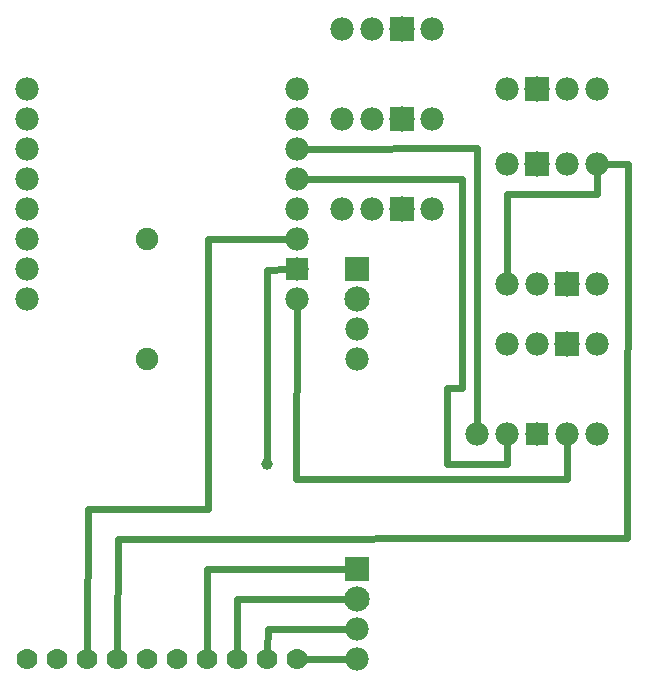
<source format=gtl>
G04 MADE WITH FRITZING*
G04 WWW.FRITZING.ORG*
G04 DOUBLE SIDED*
G04 HOLES PLATED*
G04 CONTOUR ON CENTER OF CONTOUR VECTOR*
%ASAXBY*%
%FSLAX23Y23*%
%MOIN*%
%OFA0B0*%
%SFA1.0B1.0*%
%ADD10C,0.075000*%
%ADD11C,0.078000*%
%ADD12C,0.084141*%
%ADD13C,0.077778*%
%ADD14C,0.039370*%
%ADD15C,0.070000*%
%ADD16R,0.084375X0.084375*%
%ADD17R,0.083333X0.083333*%
%ADD18R,0.077778X0.077778*%
%ADD19R,0.078000X0.078000*%
%ADD20C,0.024000*%
%LNCOPPER1*%
G90*
G70*
G54D10*
X756Y1547D03*
X756Y1147D03*
G54D11*
X1956Y1797D03*
G54D12*
X2056Y1797D03*
G54D11*
X2156Y1797D03*
X2256Y1797D03*
X1956Y2047D03*
G54D12*
X2056Y2047D03*
G54D11*
X2156Y2047D03*
X2256Y2047D03*
X2256Y1397D03*
G54D12*
X2156Y1397D03*
G54D11*
X2056Y1397D03*
X1956Y1397D03*
X1706Y1946D03*
G54D12*
X1606Y1946D03*
G54D11*
X1506Y1946D03*
X1406Y1946D03*
X1706Y1646D03*
G54D12*
X1606Y1646D03*
G54D11*
X1506Y1646D03*
X1406Y1646D03*
X1706Y2246D03*
G54D12*
X1606Y2246D03*
G54D11*
X1506Y2246D03*
X1406Y2246D03*
X2256Y1197D03*
G54D12*
X2156Y1197D03*
G54D11*
X2056Y1197D03*
X1956Y1197D03*
X1456Y1447D03*
G54D12*
X1456Y1347D03*
G54D11*
X1456Y1247D03*
X1456Y1147D03*
G54D13*
X356Y2047D03*
X356Y1947D03*
X356Y1847D03*
X356Y1747D03*
X356Y1647D03*
X356Y1547D03*
X356Y1447D03*
X356Y1347D03*
X1256Y1347D03*
X1256Y1447D03*
X1256Y1547D03*
X1256Y1647D03*
X1256Y1747D03*
X1256Y1847D03*
X1256Y1947D03*
X1256Y2047D03*
G54D11*
X2256Y897D03*
X2156Y897D03*
X2056Y897D03*
X1956Y897D03*
X1856Y897D03*
G54D14*
X1156Y797D03*
G54D11*
X1456Y446D03*
G54D12*
X1456Y346D03*
G54D11*
X1456Y246D03*
X1456Y146D03*
G54D15*
X1256Y146D03*
X1156Y146D03*
X1056Y146D03*
X956Y146D03*
X856Y146D03*
X756Y146D03*
X656Y146D03*
X556Y146D03*
X456Y146D03*
X356Y146D03*
G54D16*
X2056Y1797D03*
X2056Y2047D03*
X2155Y1397D03*
X1606Y1946D03*
X1606Y1646D03*
X1606Y2246D03*
X2155Y1197D03*
G54D17*
X1456Y1447D03*
G54D18*
X1256Y1447D03*
G54D19*
X2056Y897D03*
G54D17*
X1456Y446D03*
G54D20*
X558Y647D02*
X556Y177D01*
D02*
X958Y647D02*
X558Y647D01*
D02*
X1226Y1547D02*
X958Y1547D01*
D02*
X958Y1547D02*
X958Y647D01*
D02*
X658Y547D02*
X656Y177D01*
D02*
X2357Y548D02*
X658Y547D01*
D02*
X2358Y1795D02*
X2357Y548D01*
D02*
X2286Y1796D02*
X2358Y1795D01*
D02*
X1057Y346D02*
X1056Y177D01*
D02*
X1425Y346D02*
X1057Y346D01*
D02*
X1158Y245D02*
X1157Y177D01*
D02*
X1426Y246D02*
X1158Y245D01*
D02*
X1426Y146D02*
X1287Y146D01*
D02*
X956Y447D02*
X1426Y446D01*
D02*
X956Y177D02*
X956Y447D01*
D02*
X1855Y1848D02*
X1285Y1847D01*
D02*
X1856Y927D02*
X1855Y1848D01*
D02*
X1955Y797D02*
X1755Y797D01*
D02*
X1755Y797D02*
X1755Y1048D01*
D02*
X1755Y1048D02*
X1807Y1048D01*
D02*
X1807Y1048D02*
X1807Y1745D01*
D02*
X1807Y1745D02*
X1285Y1747D01*
D02*
X1955Y867D02*
X1955Y797D01*
D02*
X1955Y1696D02*
X2255Y1696D01*
D02*
X2255Y1696D02*
X2255Y1767D01*
D02*
X1956Y1427D02*
X1955Y1696D01*
D02*
X1156Y1444D02*
X1156Y816D01*
D02*
X1226Y1446D02*
X1156Y1444D01*
D02*
X1254Y747D02*
X1256Y1318D01*
D02*
X2155Y747D02*
X1254Y747D01*
D02*
X2156Y867D02*
X2155Y747D01*
G04 End of Copper1*
M02*
</source>
